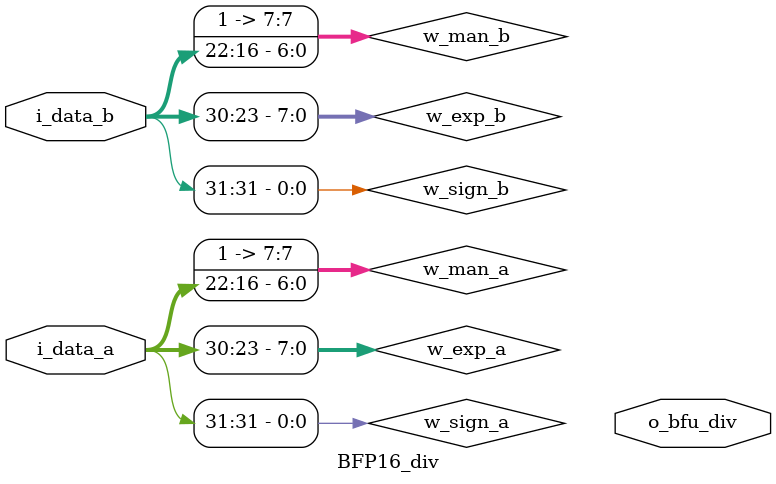
<source format=sv>
module BFP16_div #(
    parameter SIZE_DATA     = 32
)(
    input logic [SIZE_DATA-1:0]     i_data_a    ,
    input logic [SIZE_DATA-1:0]     i_data_b    ,
    output logic [SIZE_DATA-1:0]    o_bfu_div    
);

logic w_sign_a, w_sign_b;
logic [7:0] w_exp_a, w_exp_b;
logic [7:0] w_man_a, w_man_b;
assign w_sign_a = i_data_a[31];
assign w_sign_b = i_data_b[31];
assign w_exp_a  = i_data_a[30:23];
assign w_exp_b  = i_data_b[30:23];
assign w_man_a  = {1'b1, i_data_a[22:16]};
assign w_man_b  = {1'b1, i_data_b[22:16]};

endmodule

</source>
